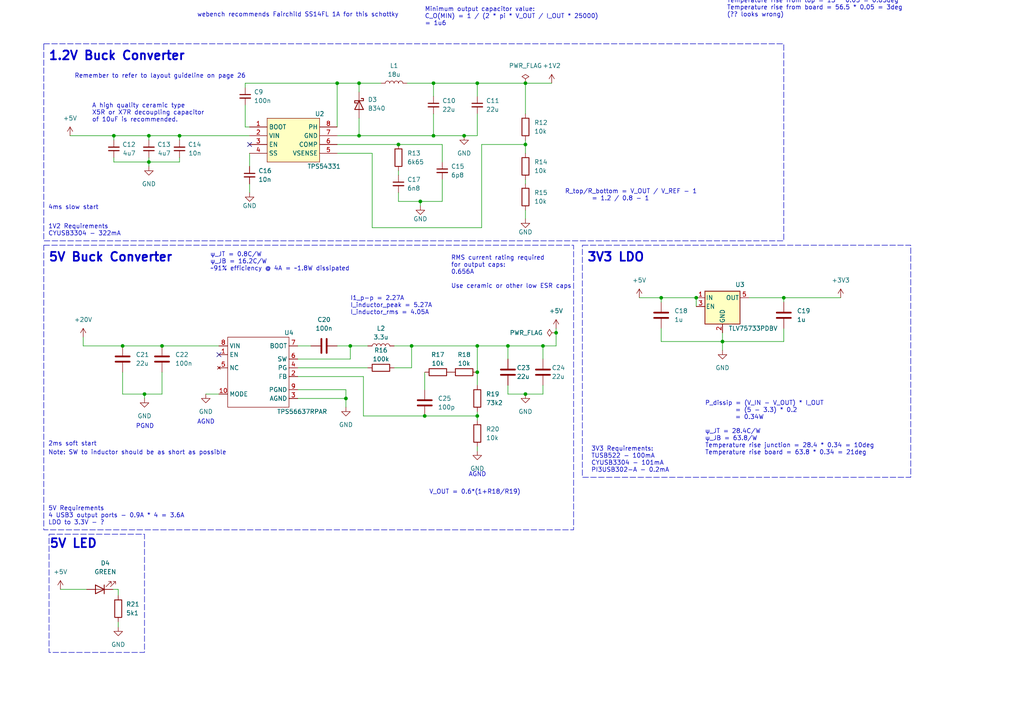
<source format=kicad_sch>
(kicad_sch (version 20230121) (generator eeschema)
  (paper "A4")
  (lib_symbols
    (symbol "CakeUSB:TPS54331DR"
      (property "Reference" "U" (at -8.89 7.62 0))
      (property "Value" "TPS54331" (at 11.43 7.62 0))
      (symbol "TPS54331DR_1_1"
        (rectangle (start -7.62 6.35) (end 7.62 -6.35) (fill (type background)))
        (pin output line (at -12.7 3.81 0) (length 5.08) (name "BOOT") (number "1"))
        (pin power_in line (at -12.7 1.27 0) (length 5.08) (name "VIN") (number "2"))
        (pin input line (at -12.7 -1.27 0) (length 5.08) (name "EN") (number "3"))
        (pin input line (at -12.7 -3.81 0) (length 5.08) (name "SS") (number "4"))
        (pin input line (at 12.7 -3.81 180) (length 5.08) (name "VSENSE") (number "5"))
        (pin output line (at 12.7 -1.27 180) (length 5.08) (name "COMP") (number "6"))
        (pin power_in line (at 12.7 1.27 180) (length 5.08) (name "GND") (number "7"))
        (pin output line (at 12.7 3.81 180) (length 5.08) (name "PH") (number "8"))
      )
    )
    (symbol "CakeUSB:TPS56637RPAR"
      (property "Reference" "U" (at 8.89 11.43 0))
      (property "Value" "TPS56637RPAR" (at 13.97 -11.43 0))
      (symbol "TPS56637RPAR_0_1"
        (rectangle (start -8.89 10.16) (end 8.89 -10.16))
      )
      (symbol "TPS56637RPAR_1_1"
        (pin input line (at -11.43 5.08 0) (length 2.54) (name "EN") (number "1"))
        (pin input line (at -11.43 -6.35 0) (length 2.54) (name "MODE") (number "10"))
        (pin input line (at 11.43 -1.27 180) (length 2.54) (name "FB") (number "2"))
        (pin power_in line (at 11.43 -7.62 180) (length 2.54) (name "AGND") (number "3"))
        (pin output line (at 11.43 1.27 180) (length 2.54) (name "PG") (number "4"))
        (pin no_connect line (at -11.43 1.27 0) (length 2.54) (name "NC") (number "5"))
        (pin output line (at 11.43 3.81 180) (length 2.54) (name "SW") (number "6"))
        (pin input line (at 11.43 7.62 180) (length 2.54) (name "BOOT") (number "7"))
        (pin input line (at -11.43 7.62 0) (length 2.54) (name "VIN") (number "8"))
        (pin power_in line (at 11.43 -5.08 180) (length 2.54) (name "PGND") (number "9"))
      )
    )
    (symbol "Device:C" (pin_numbers hide) (pin_names (offset 0.254))
      (property "Reference" "C" (at 0.635 2.54 0))
      (property "Value" "C" (at 0.635 -2.54 0))
      (symbol "C_0_1"
        (polyline (pts (xy -2.032 -0.762) (xy 2.032 -0.762)) (stroke (width 0.508)))
        (polyline (pts (xy -2.032 0.762) (xy 2.032 0.762)) (stroke (width 0.508)))
      )
      (symbol "C_1_1"
        (pin passive line (at 0 3.81 270) (length 2.794) (name "~") (number "1"))
        (pin passive line (at 0 -3.81 90) (length 2.794) (name "~") (number "2"))
      )
    )
    (symbol "Device:C_Small" (pin_numbers hide) (pin_names (offset 0.254) hide)
      (property "Reference" "C" (at 0.254 1.778 0))
      (property "Value" "C_Small" (at 0.254 -2.032 0))
      (symbol "C_Small_0_1"
        (polyline (pts (xy -1.524 -0.508) (xy 1.524 -0.508)) (stroke (width 0.3302)))
        (polyline (pts (xy -1.524 0.508) (xy 1.524 0.508)) (stroke (width 0.3048)))
      )
      (symbol "C_Small_1_1"
        (pin passive line (at 0 2.54 270) (length 2.032) (name "~") (number "1"))
        (pin passive line (at 0 -2.54 90) (length 2.032) (name "~") (number "2"))
      )
    )
    (symbol "Device:L" (pin_numbers hide) (pin_names (offset 1.016) hide)
      (property "Reference" "L" (at -1.27 0 90))
      (property "Value" "L" (at 1.905 0 90))
      (symbol "L_0_1"
        (arc (start 0 -2.54) (mid 0.6323 -1.905) (end 0 -1.27))
        (arc (start 0 -1.27) (mid 0.6323 -0.635) (end 0 0))
        (arc (start 0 0) (mid 0.6323 0.635) (end 0 1.27))
        (arc (start 0 1.27) (mid 0.6323 1.905) (end 0 2.54))
      )
      (symbol "L_1_1"
        (pin passive line (at 0 3.81 270) (length 1.27) (name "1") (number "1"))
        (pin passive line (at 0 -3.81 90) (length 1.27) (name "2") (number "2"))
      )
    )
    (symbol "Device:LED" (pin_numbers hide) (pin_names (offset 1.016) hide)
      (property "Reference" "D" (at 0 2.54 0))
      (property "Value" "LED" (at 0 -2.54 0))
      (symbol "LED_0_1"
        (polyline (pts (xy -1.27 -1.27) (xy -1.27 1.27)) (stroke (width 0.254)))
        (polyline (pts (xy -1.27 0) (xy 1.27 0)))
        (polyline (pts (xy 1.27 -1.27) (xy 1.27 1.27) (xy -1.27 0) (xy 1.27 -1.27)) (stroke (width 0.254)))
        (polyline (pts (xy -3.048 -0.762) (xy -4.572 -2.286) (xy -3.81 -2.286) (xy -4.572 -2.286) (xy -4.572 -1.524)))
        (polyline (pts (xy -1.778 -0.762) (xy -3.302 -2.286) (xy -2.54 -2.286) (xy -3.302 -2.286) (xy -3.302 -1.524)))
      )
      (symbol "LED_1_1"
        (pin passive line (at -3.81 0 0) (length 2.54) (name "K") (number "1"))
        (pin passive line (at 3.81 0 180) (length 2.54) (name "A") (number "2"))
      )
    )
    (symbol "Device:R" (pin_numbers hide) (pin_names (offset 0))
      (property "Reference" "R" (at 2.032 0 90))
      (property "Value" "R" (at 0 0 90))
      (symbol "R_0_1"
        (rectangle (start -1.016 -2.54) (end 1.016 2.54) (stroke (width 0.254)))
      )
      (symbol "R_1_1"
        (pin passive line (at 0 3.81 270) (length 1.27) (name "~") (number "1"))
        (pin passive line (at 0 -3.81 90) (length 1.27) (name "~") (number "2"))
      )
    )
    (symbol "Diode:B340" (pin_numbers hide) (pin_names (offset 1.016) hide)
      (property "Reference" "D" (at 0 2.54 0))
      (property "Value" "B340" (at 0 -2.54 0))
      (symbol "B340_0_1"
        (polyline (pts (xy 1.27 0) (xy -1.27 0)))
        (polyline (pts (xy 1.27 1.27) (xy 1.27 -1.27) (xy -1.27 0) (xy 1.27 1.27)) (stroke (width 0.254)))
        (polyline (pts (xy -1.905 0.635) (xy -1.905 1.27) (xy -1.27 1.27) (xy -1.27 -1.27) (xy -0.635 -1.27) (xy -0.635 -0.635)) (stroke (width 0.254)))
      )
      (symbol "B340_1_1"
        (pin passive line (at -3.81 0 0) (length 2.54) (name "K") (number "1"))
        (pin passive line (at 3.81 0 180) (length 2.54) (name "A") (number "2"))
      )
    )
    (symbol "Regulator_Linear:TLV75733PDBV" (pin_names (offset 0.254))
      (property "Reference" "U" (at -3.81 5.715 0))
      (property "Value" "TLV75733PDBV" (at 0 5.715 0))
      (symbol "TLV75733PDBV_0_1"
        (rectangle (start -5.08 4.445) (end 5.08 -5.08) (stroke (width 0.254)) (fill (type background)))
      )
      (symbol "TLV75733PDBV_1_1"
        (pin power_in line (at -7.62 2.54 0) (length 2.54) (name "IN") (number "1"))
        (pin power_in line (at 0 -7.62 90) (length 2.54) (name "GND") (number "2"))
        (pin input line (at -7.62 0 0) (length 2.54) (name "EN") (number "3"))
        (pin no_connect line (at 5.08 0 180) (length 2.54) hide (name "NC") (number "4"))
        (pin power_out line (at 7.62 2.54 180) (length 2.54) (name "OUT") (number "5"))
      )
    )
    (symbol "USBHUBSymbols:+20V" (power) (pin_names (offset 0))
      (property "Value" "+20V" (at 0 3.556 0))
      (symbol "+20V_0_1"
        (polyline (pts (xy -0.762 1.27) (xy 0 2.54)))
        (polyline (pts (xy 0 0) (xy 0 2.54)))
        (polyline (pts (xy 0 2.54) (xy 0.762 1.27)))
      )
      (symbol "+20V_1_1"
        (pin power_in line (at 0 0 90) (length 0) hide (name "+20V") (number "1"))
      )
    )
    (symbol "power:+1V2" (power) (pin_names (offset 0))
      (property "Value" "+1V2" (at 0 3.556 0))
      (symbol "+1V2_0_1"
        (polyline (pts (xy -0.762 1.27) (xy 0 2.54)))
        (polyline (pts (xy 0 0) (xy 0 2.54)))
        (polyline (pts (xy 0 2.54) (xy 0.762 1.27)))
      )
      (symbol "+1V2_1_1"
        (pin power_in line (at 0 0 90) (length 0) hide (name "+1V2") (number "1"))
      )
    )
    (symbol "power:+3V3" (power) (pin_names (offset 0))
      (property "Value" "+3V3" (at 0 3.556 0))
      (symbol "+3V3_0_1"
        (polyline (pts (xy -0.762 1.27) (xy 0 2.54)))
        (polyline (pts (xy 0 0) (xy 0 2.54)))
        (polyline (pts (xy 0 2.54) (xy 0.762 1.27)))
      )
      (symbol "+3V3_1_1"
        (pin power_in line (at 0 0 90) (length 0) hide (name "+3V3") (number "1"))
      )
    )
    (symbol "power:+5V" (power) (pin_names (offset 0))
      (property "Value" "+5V" (at 0 3.556 0))
      (symbol "+5V_0_1"
        (polyline (pts (xy -0.762 1.27) (xy 0 2.54)))
        (polyline (pts (xy 0 0) (xy 0 2.54)))
        (polyline (pts (xy 0 2.54) (xy 0.762 1.27)))
      )
      (symbol "+5V_1_1"
        (pin power_in line (at 0 0 90) (length 0) hide (name "+5V") (number "1"))
      )
    )
    (symbol "power:GND" (power) (pin_names (offset 0))
      (property "Value" "GND" (at 0 -3.81 0))
      (symbol "GND_0_1"
        (polyline (pts (xy 0 0) (xy 0 -1.27) (xy 1.27 -1.27) (xy 0 -2.54) (xy -1.27 -1.27) (xy 0 -1.27)))
      )
      (symbol "GND_1_1"
        (pin power_in line (at 0 0 270) (length 0) hide (name "GND") (number "1"))
      )
    )
    (symbol "power:PWR_FLAG" (power) (pin_numbers hide) (pin_names (offset 0) hide)
      (property "Value" "PWR_FLAG" (at 0 3.81 0))
      (symbol "PWR_FLAG_0_0"
        (pin power_out line (at 0 0 90) (length 0) (name "pwr") (number "1"))
      )
      (symbol "PWR_FLAG_0_1"
        (polyline (pts (xy 0 0) (xy 0 1.27) (xy -1.016 1.905) (xy 0 2.54) (xy 1.016 1.905) (xy 0 1.27)))
      )
    )
  )
  (junction (at 104.14 39.37))
  (junction (at 97.79 24.13))
  (junction (at 227.33 86.36))
  (junction (at 121.92 58.42))
  (junction (at 123.19 120.65))
  (junction (at 41.91 114.3))
  (junction (at 152.4 24.13))
  (junction (at 138.43 100.33))
  (junction (at 191.77 86.36))
  (junction (at 138.43 120.65))
  (junction (at 152.4 41.91))
  (junction (at 125.73 39.37))
  (junction (at 138.43 24.13))
  (junction (at 35.56 100.33))
  (junction (at 101.6 100.33))
  (junction (at 125.73 24.13))
  (junction (at 33.02 39.37))
  (junction (at 100.33 115.57))
  (junction (at 43.18 46.99))
  (junction (at 152.4 114.3))
  (junction (at 147.32 100.33))
  (junction (at 209.55 99.06))
  (junction (at 104.14 24.13))
  (junction (at 201.93 86.36))
  (junction (at 43.18 39.37))
  (junction (at 115.57 41.91))
  (junction (at 119.38 100.33))
  (junction (at 52.07 39.37))
  (junction (at 138.43 107.95))
  (junction (at 161.29 96.52))
  (junction (at 134.62 39.37))
  (junction (at 46.99 100.33))
  (junction (at 157.48 100.33))
  (no_connect (at 63.5 102.87))
  (no_connect (at 72.39 41.91))
  (wire (pts (xy 72.39 53.34) (xy 72.39 55.88)))
  (wire (pts (xy 227.33 86.36) (xy 243.84 86.36)))
  (wire (pts (xy 52.07 39.37) (xy 52.07 40.64)))
  (wire (pts (xy 34.29 170.942) (xy 32.766 170.942)))
  (wire (pts (xy 97.79 24.13) (xy 71.12 24.13)))
  (wire (pts (xy 125.73 39.37) (xy 134.62 39.37)))
  (wire (pts (xy 104.14 24.13) (xy 97.79 24.13)))
  (wire (pts (xy 191.77 99.06) (xy 209.55 99.06)))
  (wire (pts (xy 138.43 100.33) (xy 138.43 107.95)))
  (wire (pts (xy 46.99 100.33) (xy 63.5 100.33)))
  (wire (pts (xy 152.4 24.13) (xy 152.4 33.02)))
  (wire (pts (xy 105.41 109.22) (xy 86.36 109.22)))
  (wire (pts (xy 107.95 66.04) (xy 139.7 66.04)))
  (wire (pts (xy 43.18 45.72) (xy 43.18 46.99)))
  (wire (pts (xy 161.29 95.25) (xy 161.29 96.52)))
  (wire (pts (xy 152.4 52.07) (xy 152.4 53.34)))
  (wire (pts (xy 147.32 111.76) (xy 147.32 114.3)))
  (wire (pts (xy 46.99 107.95) (xy 46.99 114.3)))
  (wire (pts (xy 41.91 114.3) (xy 35.56 114.3)))
  (wire (pts (xy 138.43 120.65) (xy 138.43 121.92)))
  (wire (pts (xy 185.42 86.36) (xy 191.77 86.36)))
  (wire (pts (xy 128.27 52.07) (xy 128.27 58.42)))
  (wire (pts (xy 110.49 24.13) (xy 104.14 24.13)))
  (wire (pts (xy 147.32 114.3) (xy 152.4 114.3)))
  (wire (pts (xy 227.33 95.25) (xy 227.33 99.06)))
  (wire (pts (xy 72.39 36.83) (xy 71.12 36.83)))
  (wire (pts (xy 35.56 100.33) (xy 24.13 100.33)))
  (wire (pts (xy 152.4 24.13) (xy 138.43 24.13)))
  (wire (pts (xy 209.55 96.52) (xy 209.55 99.06)))
  (wire (pts (xy 17.526 170.942) (xy 25.146 170.942)))
  (wire (pts (xy 152.4 40.64) (xy 152.4 41.91)))
  (wire (pts (xy 125.73 24.13) (xy 125.73 27.94)))
  (wire (pts (xy 125.73 33.02) (xy 125.73 39.37)))
  (wire (pts (xy 101.6 100.33) (xy 106.68 100.33)))
  (wire (pts (xy 191.77 86.36) (xy 201.93 86.36)))
  (wire (pts (xy 41.91 114.3) (xy 41.91 115.57)))
  (wire (pts (xy 43.18 46.99) (xy 43.18 48.26)))
  (wire (pts (xy 138.43 24.13) (xy 125.73 24.13)))
  (wire (pts (xy 147.32 100.33) (xy 147.32 104.14)))
  (wire (pts (xy 100.33 115.57) (xy 100.33 118.11)))
  (wire (pts (xy 128.27 46.99) (xy 128.27 41.91)))
  (wire (pts (xy 97.79 24.13) (xy 97.79 36.83)))
  (wire (pts (xy 104.14 24.13) (xy 104.14 26.67)))
  (wire (pts (xy 115.57 49.53) (xy 115.57 50.8)))
  (wire (pts (xy 43.18 39.37) (xy 52.07 39.37)))
  (wire (pts (xy 138.43 129.54) (xy 138.43 130.81)))
  (wire (pts (xy 101.6 104.14) (xy 101.6 100.33)))
  (wire (pts (xy 157.48 100.33) (xy 161.29 100.33)))
  (wire (pts (xy 46.99 114.3) (xy 41.91 114.3)))
  (wire (pts (xy 43.18 46.99) (xy 52.07 46.99)))
  (wire (pts (xy 138.43 24.13) (xy 138.43 27.94)))
  (wire (pts (xy 157.48 100.33) (xy 157.48 104.14)))
  (wire (pts (xy 33.02 46.99) (xy 43.18 46.99)))
  (wire (pts (xy 86.36 115.57) (xy 100.33 115.57)))
  (wire (pts (xy 128.27 58.42) (xy 121.92 58.42)))
  (wire (pts (xy 52.07 39.37) (xy 72.39 39.37)))
  (wire (pts (xy 33.02 39.37) (xy 43.18 39.37)))
  (wire (pts (xy 115.57 55.88) (xy 115.57 58.42)))
  (wire (pts (xy 104.14 34.29) (xy 104.14 39.37)))
  (wire (pts (xy 100.33 113.03) (xy 100.33 115.57)))
  (wire (pts (xy 97.79 100.33) (xy 101.6 100.33)))
  (wire (pts (xy 123.19 107.95) (xy 123.19 113.03)))
  (wire (pts (xy 209.55 99.06) (xy 209.55 101.6)))
  (wire (pts (xy 24.13 100.33) (xy 24.13 97.79)))
  (wire (pts (xy 86.36 113.03) (xy 100.33 113.03)))
  (wire (pts (xy 35.56 107.95) (xy 35.56 114.3)))
  (wire (pts (xy 35.56 100.33) (xy 46.99 100.33)))
  (wire (pts (xy 152.4 24.13) (xy 160.02 24.13)))
  (wire (pts (xy 138.43 107.95) (xy 138.43 111.76)))
  (wire (pts (xy 147.32 100.33) (xy 157.48 100.33)))
  (wire (pts (xy 105.41 120.65) (xy 105.41 109.22)))
  (wire (pts (xy 114.3 106.68) (xy 119.38 106.68)))
  (wire (pts (xy 33.02 39.37) (xy 33.02 40.64)))
  (wire (pts (xy 157.48 111.76) (xy 157.48 114.3)))
  (wire (pts (xy 104.14 39.37) (xy 125.73 39.37)))
  (wire (pts (xy 114.3 100.33) (xy 119.38 100.33)))
  (wire (pts (xy 125.73 24.13) (xy 118.11 24.13)))
  (wire (pts (xy 63.5 114.3) (xy 59.69 114.3)))
  (wire (pts (xy 86.36 100.33) (xy 90.17 100.33)))
  (wire (pts (xy 157.48 114.3) (xy 152.4 114.3)))
  (wire (pts (xy 115.57 58.42) (xy 121.92 58.42)))
  (wire (pts (xy 107.95 44.45) (xy 107.95 66.04)))
  (wire (pts (xy 191.77 86.36) (xy 191.77 87.63)))
  (wire (pts (xy 123.19 120.65) (xy 105.41 120.65)))
  (wire (pts (xy 138.43 33.02) (xy 138.43 39.37)))
  (wire (pts (xy 121.92 58.42) (xy 121.92 59.69)))
  (wire (pts (xy 119.38 106.68) (xy 119.38 100.33)))
  (wire (pts (xy 152.4 41.91) (xy 152.4 44.45)))
  (wire (pts (xy 115.57 41.91) (xy 128.27 41.91)))
  (wire (pts (xy 134.62 39.37) (xy 138.43 39.37)))
  (wire (pts (xy 227.33 87.63) (xy 227.33 86.36)))
  (wire (pts (xy 86.36 104.14) (xy 101.6 104.14)))
  (wire (pts (xy 227.33 99.06) (xy 209.55 99.06)))
  (wire (pts (xy 139.7 66.04) (xy 139.7 41.91)))
  (wire (pts (xy 119.38 100.33) (xy 138.43 100.33)))
  (wire (pts (xy 52.07 45.72) (xy 52.07 46.99)))
  (wire (pts (xy 71.12 30.48) (xy 71.12 36.83)))
  (wire (pts (xy 139.7 41.91) (xy 152.4 41.91)))
  (wire (pts (xy 138.43 100.33) (xy 147.32 100.33)))
  (wire (pts (xy 20.32 39.37) (xy 33.02 39.37)))
  (wire (pts (xy 138.43 119.38) (xy 138.43 120.65)))
  (wire (pts (xy 138.43 120.65) (xy 123.19 120.65)))
  (wire (pts (xy 191.77 95.25) (xy 191.77 99.06)))
  (wire (pts (xy 72.39 44.45) (xy 72.39 48.26)))
  (wire (pts (xy 33.02 45.72) (xy 33.02 46.99)))
  (wire (pts (xy 97.79 41.91) (xy 115.57 41.91)))
  (wire (pts (xy 217.17 86.36) (xy 227.33 86.36)))
  (wire (pts (xy 201.93 86.36) (xy 201.93 88.9)))
  (wire (pts (xy 34.29 180.34) (xy 34.29 181.864)))
  (wire (pts (xy 43.18 39.37) (xy 43.18 40.64)))
  (wire (pts (xy 71.12 24.13) (xy 71.12 25.4)))
  (wire (pts (xy 97.79 39.37) (xy 104.14 39.37)))
  (wire (pts (xy 97.79 44.45) (xy 107.95 44.45)))
  (wire (pts (xy 161.29 96.52) (xy 161.29 100.33)))
  (wire (pts (xy 152.4 60.96) (xy 152.4 63.5)))
  (wire (pts (xy 34.29 170.942) (xy 34.29 172.72)))
  (wire (pts (xy 86.36 106.68) (xy 106.68 106.68)))
  (rectangle (start 168.91 71.12) (end 264.16 138.43) (stroke (width 0) (type dash)))
  (rectangle (start 12.7 12.7) (end 227.33 69.85) (stroke (width 0) (type dash)))
  (rectangle (start 12.7 71.12) (end 166.37 153.67) (stroke (width 0) (type dash)))
  (rectangle (start 14.224 154.94) (end 41.91 189.23) (stroke (width 0) (type dash)))
  (text "3V3 LDO" (at 170.18 76.2 0) (effects (font (size 2.54 2.54) (thickness 0.508) bold) (justify left bottom)))
  (text "R_top/R_bottom = V_OUT / V_REF - 1\n        = 1.2 / 0.8 - 1" (at 163.83 58.42 0) (effects (font (size 1.27 1.27)) (justify left bottom)))
  (text "V_OUT = 0.6*(1+R18/R19)" (at 124.46 143.51 0) (effects (font (size 1.27 1.27)) (justify left bottom)))
  (text "5V Requirements\n4 USB3 output ports - 0.9A * 4 = 3.6A\nLDO to 3.3V - ?" (at 13.97 152.4 0) (effects (font (size 1.27 1.27)) (justify left bottom)))
  (text "AGND" (at 57.15 123.19 0) (effects (font (size 1.27 1.27)) (justify left bottom)))
  (text "5V LED" (at 14.224 159.258 0) (effects (font (size 2.54 2.54) bold) (justify left bottom)))
  (text "2ms soft start" (at 13.97 129.54 0) (effects (font (size 1.27 1.27)) (justify left bottom)))
  (text "AGND" (at 135.89 138.43 0) (effects (font (size 1.27 1.27)) (justify left bottom)))
  (text "4ms slow start" (at 13.97 60.96 0) (effects (font (size 1.27 1.27)) (justify left bottom)))
  (text "Note: SW to inductor should be as short as possible" (at 13.97 132.08 0) (effects (font (size 1.27 1.27)) (justify left bottom)))
  (text "3V3 Requirements:\nTUSB522 - 100mA\nCYUSB3304 - 101mA\nPI3USB302−A - 0.2mA" (at 171.45 137.16 0) (effects (font (size 1.27 1.27)) (justify left bottom)))
  (text "RMS current rating required \nfor output caps:\n0.656A\n\nUse ceramic or other low ESR caps" (at 130.81 83.82 0) (effects (font (size 1.27 1.27)) (justify left bottom)))
  (text "Remember to refer to layout guideline on page 26" (at 21.59 22.86 0) (effects (font (size 1.27 1.27)) (justify left bottom)))
  (text "I1_p-p = 2.27A\nI_inductor_peak = 5.27A\nI_inductor_rms = 4.05A" (at 101.6 91.44 0) (effects (font (size 1.27 1.27)) (justify left bottom)))
  (text "1V2 Requirements\nCYUSB3304 - 322mA" (at 13.97 68.58 0) (effects (font (size 1.27 1.27)) (justify left bottom)))
  (text "A high quality ceramic type \nX5R or X7R decoupling capacitor \nof 10uF is recommended." (at 26.67 35.56 0) (effects (font (size 1.27 1.27)) (justify left bottom)))
  (text "P_dissip = (V_IN - V_OUT) * I_OUT\n         = (5 - 3.3) * 0.2\n         = 0.34W\n\nψ_JT = 28.4C/W\nψ_JB = 63.8/W\nTemperature rise junction = 28.4 * 0.34 = 10deg\nTemperature rise board = 63.8 * 0.34 = 21deg" (at 204.47 132.08 0) (effects (font (size 1.27 1.27)) (justify left bottom)))
  (text "5V Buck Converter" (at 13.97 76.2 0) (effects (font (size 2.54 2.54) (thickness 0.508) bold) (justify left bottom)))
  (text "Minimum output capacitor value:\nC_O(MIN) = 1 / (2 * pi * V_OUT / I_OUT * 25000)\n= 1u6" (at 123.19 7.62 0) (effects (font (size 1.27 1.27)) (justify left bottom)))
  (text "webench recommends Fairchild SS14FL 1A for this schottky" (at 57.15 5.08 0) (effects (font (size 1.27 1.27)) (justify left bottom)))
  (text "Minimum value of inductor:\nL_MIN = (1.2 * (5 - 1.2)) / (5 * K_IND * 0.3 * 570000)\nK_IND := 0.2 -> L_MIN = 27uH\nK_IND := 0.3 -> L_MIN = 18uH" (at 123.19 -1.27 0) (effects (font (size 1.27 1.27)) (justify left bottom)))
  (text "1.2V Buck Converter" (at 13.97 17.78 0) (effects (font (size 2.54 2.54) (thickness 0.508) bold) (justify left bottom)))
  (text "Conduction loss:\nPconn = I_out^2 * R_DS(on) * V_out / V_in\n      = 0.3^2 * 100 * 10^-3 * 3.3 / 20\n      = 0.00066W\n\nSwitching loss:\nPsw = 0.5 * 10^-9 * V_in^2 * I_out * f_sw\n    = 0.5 * 10^-9 * 20^2 * 0.3 * 570000\n    = 0.0342W\n\nGate charge loss:\nPgc = 22.8 * 10^-9 * f_sw [570kHz]\n    = 0.013W\n\nQuiescent current loss:\nPq = 0.11 * 10^-3 * V_in [20V]\n   = 0.0022W\n\nPtotal = 0.05W\n\nWhats the diff with:\nPdissip = V_out * I_out * (1 - eff) / eff\n        = 3.33 * 0.3 * (1-0.8)/0.8\n        = 0.25W\n\n\nT_J = T_Ambient + Rth [116.3] * P_total\n\nψ_JT = 13C/W\nψ_JB = 56.5/W\nTemperature rise from top = 13 * 0.05 = 0.65deg\nTemperature rise from board = 56.5 * 0.05 = 3deg\n(?? looks wrong)" (at 210.82 5.08 0) (effects (font (size 1.27 1.27)) (justify left bottom)))
  (text "ψ_JT = 0.8C/W\nψ_JB = 16.2C/W\n~91% efficiency @ 4A = ~1.8W dissipated " (at 60.96 78.74 0) (effects (font (size 1.27 1.27)) (justify left bottom)))
  (text "PGND" (at 39.37 124.46 0) (effects (font (size 1.27 1.27)) (justify left bottom)))
  (symbol (lib_id "Device:C_Small") (at 72.39 50.8 0) (unit 1)
    (property "Reference" "C16" (at 74.93 49.5363 0) (effects (justify left)))
    (property "Value" "10n" (at 74.93 52.0763 0) (effects (justify left)))
  )
  (symbol (lib_id "power:GND") (at 43.18 48.26 0) (unit 1)
    (property "Reference" "#PWR017" (effects hide))
    (property "Value" "GND" (at 43.18 53.34 0))
  )
  (symbol (lib_id "Device:LED") (at 28.956 170.942 180) (unit 1)
    (property "Reference" "D4" (at 30.5435 163.322 0))
    (property "Value" "GREEN" (at 30.5435 165.862 0))
    (property "Footprint" "LED_SMD:LED_0603_1608Metric" (effects hide))
  )
  (symbol (lib_id "power:GND") (at 134.62 39.37 0) (unit 1)
    (property "Reference" "#PWR016" (effects hide))
    (property "Value" "GND" (at 134.62 44.45 0))
  )
  (symbol (lib_id "power:GND") (at 121.92 59.69 0) (unit 1)
    (property "Reference" "#PWR019" (effects hide))
    (property "Value" "GND" (at 121.92 63.5 0))
  )
  (symbol (lib_id "Device:C_Small") (at 138.43 30.48 0) (unit 1)
    (property "Reference" "C11" (at 140.97 29.2163 0) (effects (justify left)))
    (property "Value" "22u" (at 140.97 31.7563 0) (effects (justify left)))
  )
  (symbol (lib_id "power:GND") (at 100.33 118.11 0) (unit 1)
    (property "Reference" "#PWR029" (effects hide))
    (property "Value" "GND" (at 100.33 123.19 0))
  )
  (symbol (lib_id "Device:R") (at 138.43 125.73 0) (unit 1)
    (property "Reference" "R20" (at 140.97 124.46 0) (effects (justify left)))
    (property "Value" "10k" (at 140.97 127 0) (effects (justify left)))
  )
  (symbol (lib_id "power:GND") (at 41.91 115.57 0) (unit 1)
    (property "Reference" "#PWR028" (effects hide))
    (property "Value" "GND" (at 41.91 120.65 0))
  )
  (symbol (lib_id "power:+5V") (at 17.526 170.942 0) (unit 1)
    (property "Reference" "#PWR031" (effects hide))
    (property "Value" "+5V" (at 17.526 165.862 0))
  )
  (symbol (lib_id "power:+5V") (at 185.42 86.36 0) (unit 1)
    (property "Reference" "#PWR021" (effects hide))
    (property "Value" "+5V" (at 185.42 81.28 0))
  )
  (symbol (lib_id "Device:R") (at 34.29 176.53 0) (unit 1)
    (property "Reference" "R21" (at 36.576 175.26 0) (effects (justify left)))
    (property "Value" "5k1" (at 36.576 177.8 0) (effects (justify left)))
    (property "Footprint" "Resistor_SMD:R_0603_1608Metric" (effects hide))
  )
  (symbol (lib_id "Device:C_Small") (at 71.12 27.94 0) (unit 1)
    (property "Reference" "C9" (at 73.66 26.6763 0) (effects (justify left)))
    (property "Value" "100n" (at 73.66 29.2163 0) (effects (justify left)))
  )
  (symbol (lib_id "Device:R") (at 134.62 107.95 90) (unit 1)
    (property "Reference" "R18" (at 134.62 102.87 90))
    (property "Value" "10k" (at 134.62 105.41 90))
  )
  (symbol (lib_id "power:GND") (at 209.55 101.6 0) (unit 1)
    (property "Reference" "#PWR025" (effects hide))
    (property "Value" "GND" (at 209.55 106.68 0))
  )
  (symbol (lib_id "power:PWR_FLAG") (at 152.4 24.13 0) (unit 1)
    (property "Reference" "#FLG01" (effects hide))
    (property "Value" "PWR_FLAG" (at 152.4 19.05 0))
  )
  (symbol (lib_id "Diode:B340") (at 104.14 30.48 270) (unit 1)
    (property "Reference" "D3" (at 106.68 28.8925 90) (effects (justify left)))
    (property "Value" "B340" (at 106.68 31.4325 90) (effects (justify left)))
    (property "Footprint" "Diode_SMD:D_SMC" (effects hide))
    (property "Datasheet" "http://www.jameco.com/Jameco/Products/ProdDS/1538777.pdf" (effects hide))
  )
  (symbol (lib_id "Device:C") (at 46.99 104.14 0) (unit 1)
    (property "Reference" "C22" (at 50.8 102.87 0) (effects (justify left)))
    (property "Value" "100n" (at 50.8 105.41 0) (effects (justify left)))
  )
  (symbol (lib_id "Device:R") (at 110.49 106.68 90) (unit 1)
    (property "Reference" "R16" (at 110.49 101.6 90))
    (property "Value" "100k" (at 110.49 104.14 90))
  )
  (symbol (lib_id "Device:C") (at 191.77 91.44 0) (unit 1)
    (property "Reference" "C18" (at 195.58 90.17 0) (effects (justify left)))
    (property "Value" "1u" (at 195.58 92.71 0) (effects (justify left)))
  )
  (symbol (lib_id "Device:C") (at 93.98 100.33 90) (unit 1)
    (property "Reference" "C20" (at 93.98 92.71 90))
    (property "Value" "100n" (at 93.98 95.25 90))
  )
  (symbol (lib_id "power:GND") (at 152.4 114.3 0) (unit 1)
    (property "Reference" "#PWR027" (effects hide))
    (property "Value" "GND" (at 152.4 119.38 0))
  )
  (symbol (lib_id "power:GND") (at 72.39 55.88 0) (unit 1)
    (property "Reference" "#PWR018" (effects hide))
    (property "Value" "GND" (at 72.39 59.69 0))
  )
  (symbol (lib_id "Device:C") (at 227.33 91.44 0) (unit 1)
    (property "Reference" "C19" (at 231.14 90.17 0) (effects (justify left)))
    (property "Value" "1u" (at 231.14 92.71 0) (effects (justify left)))
  )
  (symbol (lib_id "Device:R") (at 152.4 48.26 0) (unit 1)
    (property "Reference" "R14" (at 154.94 46.99 0) (effects (justify left)))
    (property "Value" "10k" (at 154.94 49.53 0) (effects (justify left)))
  )
  (symbol (lib_id "Device:C_Small") (at 43.18 43.18 180) (unit 1)
    (property "Reference" "C13" (at 49.53 41.91 0) (effects (justify left)))
    (property "Value" "4u7" (at 49.53 44.45 0) (effects (justify left)))
  )
  (symbol (lib_id "Device:C_Small") (at 125.73 30.48 0) (unit 1)
    (property "Reference" "C10" (at 128.27 29.2163 0) (effects (justify left)))
    (property "Value" "22u" (at 128.27 31.7563 0) (effects (justify left)))
  )
  (symbol (lib_id "Regulator_Linear:TLV75733PDBV") (at 209.55 88.9 0) (unit 1)
    (property "Reference" "U3" (at 214.63 82.55 0))
    (property "Value" "TLV75733PDBV" (at 218.44 95.25 0))
    (property "Footprint" "Package_TO_SOT_SMD:SOT-23-5" (effects hide))
    (property "Datasheet" "https://www.ti.com/lit/ds/symlink/tlv757p.pdf" (effects hide))
  )
  (symbol (lib_id "Device:C_Small") (at 128.27 49.53 0) (unit 1)
    (property "Reference" "C15" (at 130.81 48.2663 0) (effects (justify left)))
    (property "Value" "6p8" (at 130.81 50.8063 0) (effects (justify left)))
  )
  (symbol (lib_id "Device:C_Small") (at 115.57 53.34 0) (unit 1)
    (property "Reference" "C17" (at 118.11 52.0763 0) (effects (justify left)))
    (property "Value" "6n8" (at 118.11 54.6163 0) (effects (justify left)))
  )
  (symbol (lib_id "Device:R") (at 127 107.95 90) (unit 1)
    (property "Reference" "R17" (at 127 102.87 90))
    (property "Value" "10k" (at 127 105.41 90))
  )
  (symbol (lib_id "CakeUSB:TPS54331DR") (at 85.09 40.64 0) (unit 1)
    (property "Reference" "U2" (at 92.71 33.02 0))
    (property "Value" "TPS54331" (at 93.98 48.26 0))
    (property "Datasheet" "https://www.ti.com/lit/ds/symlink/tps54331.pdf" (effects hide))
  )
  (symbol (lib_id "Device:C") (at 123.19 116.84 0) (unit 1)
    (property "Reference" "C25" (at 127 115.57 0) (effects (justify left)))
    (property "Value" "100p" (at 127 118.11 0) (effects (justify left)))
  )
  (symbol (lib_id "Device:C") (at 157.48 107.95 0) (unit 1)
    (property "Reference" "C24" (at 160.02 106.68 0) (effects (justify left)))
    (property "Value" "22u" (at 160.02 109.22 0) (effects (justify left)))
  )
  (symbol (lib_id "Device:R") (at 152.4 57.15 0) (unit 1)
    (property "Reference" "R15" (at 154.94 55.88 0) (effects (justify left)))
    (property "Value" "10k" (at 154.94 58.42 0) (effects (justify left)))
  )
  (symbol (lib_id "power:+5V") (at 20.32 39.37 0) (unit 1)
    (property "Reference" "#PWR015" (effects hide))
    (property "Value" "+5V" (at 20.32 34.29 0))
  )
  (symbol (lib_id "power:+3V3") (at 243.84 86.36 0) (unit 1)
    (property "Reference" "#PWR022" (effects hide))
    (property "Value" "+3V3" (at 243.84 81.28 0))
  )
  (symbol (lib_id "Device:R") (at 152.4 36.83 0) (unit 1)
    (property "Reference" "R12" (at 154.94 35.56 0) (effects (justify left)))
    (property "Value" "10k" (at 154.94 38.1 0) (effects (justify left)))
  )
  (symbol (lib_id "power:GND") (at 34.29 181.864 0) (unit 1)
    (property "Reference" "#PWR032" (effects hide))
    (property "Value" "GND" (at 34.29 186.944 0))
  )
  (symbol (lib_id "Device:C") (at 35.56 104.14 0) (unit 1)
    (property "Reference" "C21" (at 39.37 102.87 0) (effects (justify left)))
    (property "Value" "22u" (at 39.37 105.41 0) (effects (justify left)))
  )
  (symbol (lib_id "power:GND") (at 152.4 63.5 0) (unit 1)
    (property "Reference" "#PWR020" (effects hide))
    (property "Value" "GND" (at 152.4 67.31 0))
  )
  (symbol (lib_id "USBHUBSymbols:+20V") (at 24.13 97.79 0) (unit 1)
    (property "Reference" "#PWR024" (effects hide))
    (property "Value" "+20V" (at 24.13 92.71 0))
  )
  (symbol (lib_id "Device:R") (at 115.57 45.72 0) (unit 1)
    (property "Reference" "R13" (at 118.11 44.45 0) (effects (justify left)))
    (property "Value" "6k65" (at 118.11 46.99 0) (effects (justify left)))
  )
  (symbol (lib_id "CakeUSB:TPS56637RPAR") (at 74.93 107.95 0) (unit 1)
    (property "Reference" "U4" (at 83.82 96.52 0))
    (property "Value" "TPS56637RPAR" (at 87.63 119.38 0))
    (property "Datasheet" "https://www.ti.com/lit/ds/symlink/tps56637.pdf" (effects hide))
  )
  (symbol (lib_id "Device:C") (at 147.32 107.95 0) (unit 1)
    (property "Reference" "C23" (at 149.86 106.68 0) (effects (justify left)))
    (property "Value" "22u" (at 149.86 109.22 0) (effects (justify left)))
  )
  (symbol (lib_id "Device:R") (at 138.43 115.57 0) (unit 1)
    (property "Reference" "R19" (at 140.97 114.3 0) (effects (justify left)))
    (property "Value" "73k2" (at 140.97 116.84 0) (effects (justify left)))
  )
  (symbol (lib_id "power:PWR_FLAG") (at 161.29 96.52 90) (unit 1)
    (property "Reference" "#FLG02" (effects hide))
    (property "Value" "PWR_FLAG" (at 157.48 96.52 90) (effects (justify left)))
  )
  (symbol (lib_id "power:GND") (at 138.43 130.81 0) (unit 1)
    (property "Reference" "#PWR030" (effects hide))
    (property "Value" "GND" (at 138.43 135.89 0))
  )
  (symbol (lib_id "Device:C_Small") (at 52.07 43.18 180) (unit 1)
    (property "Reference" "C14" (at 58.42 41.91 0) (effects (justify left)))
    (property "Value" "10n" (at 58.42 44.45 0) (effects (justify left)))
  )
  (symbol (lib_id "power:GND") (at 59.69 114.3 0) (unit 1)
    (property "Reference" "#PWR026" (effects hide))
    (property "Value" "GND" (at 59.69 119.38 0))
  )
  (symbol (lib_id "Device:L") (at 114.3 24.13 90) (unit 1)
    (property "Reference" "L1" (at 114.3 19.05 90))
    (property "Value" "18u" (at 114.3 21.59 90))
  )
  (symbol (lib_id "power:+5V") (at 161.29 95.25 0) (unit 1)
    (property "Reference" "#PWR023" (effects hide))
    (property "Value" "+5V" (at 161.29 90.17 0))
  )
  (symbol (lib_id "power:+1V2") (at 160.02 24.13 0) (unit 1)
    (property "Reference" "#PWR014" (effects hide))
    (property "Value" "+1V2" (at 160.02 19.05 0))
  )
  (symbol (lib_id "Device:C_Small") (at 33.02 43.18 180) (unit 1)
    (property "Reference" "C12" (at 39.37 41.91 0) (effects (justify left)))
    (property "Value" "4u7" (at 39.37 44.45 0) (effects (justify left)))
  )
  (symbol (lib_id "Device:L") (at 110.49 100.33 90) (unit 1)
    (property "Reference" "L2" (at 110.49 95.25 90))
    (property "Value" "3.3u" (at 110.49 97.79 90))
  )
)
</source>
